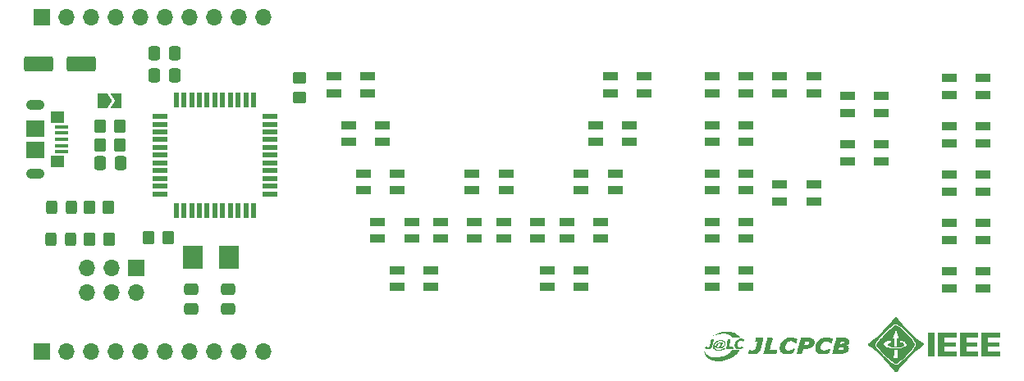
<source format=gts>
G04 #@! TF.GenerationSoftware,KiCad,Pcbnew,8.0.1*
G04 #@! TF.CreationDate,2024-04-10T03:36:55-04:00*
G04 #@! TF.ProjectId,ieee_pcb_workshop,69656565-5f70-4636-925f-776f726b7368,rev?*
G04 #@! TF.SameCoordinates,Original*
G04 #@! TF.FileFunction,Soldermask,Top*
G04 #@! TF.FilePolarity,Negative*
%FSLAX46Y46*%
G04 Gerber Fmt 4.6, Leading zero omitted, Abs format (unit mm)*
G04 Created by KiCad (PCBNEW 8.0.1) date 2024-04-10 03:36:55*
%MOMM*%
%LPD*%
G01*
G04 APERTURE LIST*
G04 Aperture macros list*
%AMRoundRect*
0 Rectangle with rounded corners*
0 $1 Rounding radius*
0 $2 $3 $4 $5 $6 $7 $8 $9 X,Y pos of 4 corners*
0 Add a 4 corners polygon primitive as box body*
4,1,4,$2,$3,$4,$5,$6,$7,$8,$9,$2,$3,0*
0 Add four circle primitives for the rounded corners*
1,1,$1+$1,$2,$3*
1,1,$1+$1,$4,$5*
1,1,$1+$1,$6,$7*
1,1,$1+$1,$8,$9*
0 Add four rect primitives between the rounded corners*
20,1,$1+$1,$2,$3,$4,$5,0*
20,1,$1+$1,$4,$5,$6,$7,0*
20,1,$1+$1,$6,$7,$8,$9,0*
20,1,$1+$1,$8,$9,$2,$3,0*%
%AMFreePoly0*
4,1,6,1.000000,0.000000,0.500000,-0.750000,-0.500000,-0.750000,-0.500000,0.750000,0.500000,0.750000,1.000000,0.000000,1.000000,0.000000,$1*%
%AMFreePoly1*
4,1,6,0.500000,-0.750000,-0.650000,-0.750000,-0.150000,0.000000,-0.650000,0.750000,0.500000,0.750000,0.500000,-0.750000,0.500000,-0.750000,$1*%
G04 Aperture macros list end*
%ADD10C,0.000000*%
%ADD11R,1.600000X0.850000*%
%ADD12RoundRect,0.250000X-0.325000X-0.450000X0.325000X-0.450000X0.325000X0.450000X-0.325000X0.450000X0*%
%ADD13RoundRect,0.250000X-0.475000X0.337500X-0.475000X-0.337500X0.475000X-0.337500X0.475000X0.337500X0*%
%ADD14R,1.700000X1.700000*%
%ADD15O,1.700000X1.700000*%
%ADD16FreePoly0,0.000000*%
%ADD17FreePoly1,0.000000*%
%ADD18R,2.000000X2.400000*%
%ADD19RoundRect,0.250000X0.337500X0.475000X-0.337500X0.475000X-0.337500X-0.475000X0.337500X-0.475000X0*%
%ADD20RoundRect,0.250000X-0.350000X-0.450000X0.350000X-0.450000X0.350000X0.450000X-0.350000X0.450000X0*%
%ADD21R,1.400000X0.400000*%
%ADD22O,1.900000X1.050000*%
%ADD23R,1.450000X1.150000*%
%ADD24R,1.900000X1.750000*%
%ADD25RoundRect,0.250000X1.250000X0.550000X-1.250000X0.550000X-1.250000X-0.550000X1.250000X-0.550000X0*%
%ADD26RoundRect,0.250000X0.450000X-0.350000X0.450000X0.350000X-0.450000X0.350000X-0.450000X-0.350000X0*%
%ADD27RoundRect,0.250000X0.350000X0.450000X-0.350000X0.450000X-0.350000X-0.450000X0.350000X-0.450000X0*%
%ADD28R,1.500000X0.550000*%
%ADD29R,0.550000X1.500000*%
G04 APERTURE END LIST*
D10*
G36*
X121136075Y-161228687D02*
G01*
X121159042Y-161233513D01*
X121166748Y-161240185D01*
X121165902Y-161256049D01*
X121160558Y-161293263D01*
X121151269Y-161348690D01*
X121138589Y-161419194D01*
X121123073Y-161501641D01*
X121105274Y-161592894D01*
X121097740Y-161630659D01*
X121078926Y-161725294D01*
X121061834Y-161813026D01*
X121047076Y-161890579D01*
X121035262Y-161954676D01*
X121027003Y-162002040D01*
X121022911Y-162029396D01*
X121022575Y-162033784D01*
X121022575Y-162062500D01*
X121226537Y-162062500D01*
X121312119Y-162062707D01*
X121375586Y-162064318D01*
X121419837Y-162068819D01*
X121447767Y-162077695D01*
X121462276Y-162092431D01*
X121466260Y-162114511D01*
X121462617Y-162145422D01*
X121455649Y-162179931D01*
X121442361Y-162233150D01*
X121427553Y-162265603D01*
X121407915Y-162281461D01*
X121380137Y-162284893D01*
X121372748Y-162284408D01*
X121351939Y-162283525D01*
X121309904Y-162282471D01*
X121250431Y-162281314D01*
X121177304Y-162280122D01*
X121094310Y-162278964D01*
X121025702Y-162278134D01*
X120709921Y-162274570D01*
X120710644Y-162234160D01*
X120713209Y-162213154D01*
X120720215Y-162170567D01*
X120731119Y-162109316D01*
X120745379Y-162032318D01*
X120762453Y-161942491D01*
X120781798Y-161842751D01*
X120802874Y-161736018D01*
X120807566Y-161712500D01*
X120903767Y-161231250D01*
X121032179Y-161227685D01*
X121094903Y-161226848D01*
X121136075Y-161228687D01*
G37*
G36*
X121010470Y-160470321D02*
G01*
X121109728Y-160476194D01*
X121192953Y-160485960D01*
X121222674Y-160491447D01*
X121416843Y-160543749D01*
X121597619Y-160614493D01*
X121763500Y-160702777D01*
X121912982Y-160807703D01*
X122044565Y-160928369D01*
X122140424Y-161041582D01*
X122164513Y-161075505D01*
X122180918Y-161102023D01*
X122185648Y-161113457D01*
X122173509Y-161116528D01*
X122138562Y-161119221D01*
X122083005Y-161121473D01*
X122009041Y-161123223D01*
X121918869Y-161124408D01*
X121814691Y-161124964D01*
X121779115Y-161125000D01*
X121667670Y-161124970D01*
X121578556Y-161124763D01*
X121509090Y-161124204D01*
X121456591Y-161123118D01*
X121418377Y-161121330D01*
X121391767Y-161118664D01*
X121374078Y-161114944D01*
X121362629Y-161109997D01*
X121354737Y-161103646D01*
X121348706Y-161096875D01*
X121327207Y-161071220D01*
X121297879Y-161035827D01*
X121278682Y-161012500D01*
X121182560Y-160914854D01*
X121069086Y-160834543D01*
X120938996Y-160771636D01*
X120793027Y-160726201D01*
X120631916Y-160698309D01*
X120456401Y-160688027D01*
X120267217Y-160695425D01*
X120065102Y-160720572D01*
X119850792Y-160763537D01*
X119625026Y-160824389D01*
X119543723Y-160849833D01*
X119480573Y-160869944D01*
X119426733Y-160886441D01*
X119386236Y-160898140D01*
X119363116Y-160903858D01*
X119359257Y-160903969D01*
X119370162Y-160895867D01*
X119400427Y-160879704D01*
X119446377Y-160857158D01*
X119504333Y-160829907D01*
X119570622Y-160799630D01*
X119641566Y-160768004D01*
X119713489Y-160736707D01*
X119782715Y-160707418D01*
X119845569Y-160681816D01*
X119847906Y-160680890D01*
X120064097Y-160603946D01*
X120288381Y-160540260D01*
X120484811Y-160497598D01*
X120573750Y-160484759D01*
X120676818Y-160475561D01*
X120787982Y-160470055D01*
X120901211Y-160468292D01*
X121010470Y-160470321D01*
G37*
G36*
X121797011Y-162375193D02*
G01*
X121887245Y-162375744D01*
X121966090Y-162376604D01*
X122030627Y-162377726D01*
X122077943Y-162379064D01*
X122105120Y-162380571D01*
X122110611Y-162381653D01*
X122103287Y-162398542D01*
X122083253Y-162430899D01*
X122053417Y-162474664D01*
X122016685Y-162525776D01*
X121975964Y-162580177D01*
X121934162Y-162633804D01*
X121900577Y-162675000D01*
X121753258Y-162832292D01*
X121585734Y-162976801D01*
X121399883Y-163107482D01*
X121197585Y-163223292D01*
X120980716Y-163323188D01*
X120751155Y-163406125D01*
X120510781Y-163471061D01*
X120441039Y-163486028D01*
X120275792Y-163516519D01*
X120127954Y-163537000D01*
X119992149Y-163547774D01*
X119863003Y-163549146D01*
X119735138Y-163541419D01*
X119645157Y-163530983D01*
X119459847Y-163497030D01*
X119284297Y-163447602D01*
X119121407Y-163383932D01*
X118974078Y-163307250D01*
X118845211Y-163218789D01*
X118782194Y-163164569D01*
X118674345Y-163048883D01*
X118588145Y-162923642D01*
X118522466Y-162786609D01*
X118476182Y-162635547D01*
X118453629Y-162512500D01*
X118445873Y-162456250D01*
X118491255Y-162537500D01*
X118577931Y-162674465D01*
X118673886Y-162790064D01*
X118781984Y-162887095D01*
X118905091Y-162968355D01*
X118964745Y-162999831D01*
X119081182Y-163051457D01*
X119195245Y-163089120D01*
X119314253Y-163114560D01*
X119445530Y-163129519D01*
X119529091Y-163134039D01*
X119758865Y-163132278D01*
X119984838Y-163110577D01*
X120204195Y-163069660D01*
X120414120Y-163010254D01*
X120611800Y-162933081D01*
X120794417Y-162838868D01*
X120877216Y-162786925D01*
X120949918Y-162732961D01*
X121028711Y-162665512D01*
X121106727Y-162591129D01*
X121177099Y-162516365D01*
X121232961Y-162447772D01*
X121233616Y-162446875D01*
X121285994Y-162375000D01*
X121698302Y-162375000D01*
X121797011Y-162375193D01*
G37*
G36*
X119357520Y-161226083D02*
G01*
X119397487Y-161228742D01*
X119422412Y-161233171D01*
X119427099Y-161235977D01*
X119427246Y-161252205D01*
X119422436Y-161289221D01*
X119413417Y-161343473D01*
X119400935Y-161411407D01*
X119385739Y-161489471D01*
X119368577Y-161574111D01*
X119350197Y-161661776D01*
X119331345Y-161748912D01*
X119312770Y-161831966D01*
X119295220Y-161907386D01*
X119279442Y-161971618D01*
X119266184Y-162021110D01*
X119256194Y-162052310D01*
X119254379Y-162056652D01*
X119206410Y-162133530D01*
X119139118Y-162201179D01*
X119057887Y-162254271D01*
X119051489Y-162257465D01*
X118989192Y-162279240D01*
X118913337Y-162292920D01*
X118833539Y-162297785D01*
X118759413Y-162293115D01*
X118712991Y-162282813D01*
X118667830Y-162264893D01*
X118624122Y-162242908D01*
X118617807Y-162239147D01*
X118585257Y-162213444D01*
X118553923Y-162179624D01*
X118528485Y-162144061D01*
X118513624Y-162113130D01*
X118512568Y-162095813D01*
X118526055Y-162082270D01*
X118555304Y-162061737D01*
X118593573Y-162038130D01*
X118634117Y-162015365D01*
X118670192Y-161997358D01*
X118695056Y-161988025D01*
X118699100Y-161987500D01*
X118715423Y-161996059D01*
X118740435Y-162017751D01*
X118753507Y-162031250D01*
X118780861Y-162057851D01*
X118806319Y-162070783D01*
X118841262Y-162074811D01*
X118858011Y-162075000D01*
X118918149Y-162068489D01*
X118961245Y-162046895D01*
X118992205Y-162007129D01*
X119003025Y-161983631D01*
X119010984Y-161957601D01*
X119022724Y-161910800D01*
X119037398Y-161847029D01*
X119054156Y-161770084D01*
X119072152Y-161683765D01*
X119090537Y-161591869D01*
X119090729Y-161590885D01*
X119108407Y-161501541D01*
X119124890Y-161420049D01*
X119139486Y-161349688D01*
X119151503Y-161293738D01*
X119160249Y-161255477D01*
X119165032Y-161238185D01*
X119165250Y-161237760D01*
X119180485Y-161232246D01*
X119213992Y-161228277D01*
X119259109Y-161225896D01*
X119309173Y-161225150D01*
X119357520Y-161226083D01*
G37*
G36*
X122295364Y-161204813D02*
G01*
X122379686Y-161215946D01*
X122437439Y-161231152D01*
X122476529Y-161248981D01*
X122517443Y-161274224D01*
X122554641Y-161302516D01*
X122582582Y-161329494D01*
X122595726Y-161350793D01*
X122595850Y-161355919D01*
X122585001Y-161371214D01*
X122560441Y-161396529D01*
X122527856Y-161426850D01*
X122492931Y-161457162D01*
X122461350Y-161482451D01*
X122438798Y-161497701D01*
X122432504Y-161500000D01*
X122415982Y-161492580D01*
X122390144Y-161474227D01*
X122383856Y-161469078D01*
X122324396Y-161434706D01*
X122254026Y-161419629D01*
X122178035Y-161424094D01*
X122101712Y-161448345D01*
X122087451Y-161455292D01*
X122045919Y-161485090D01*
X122000527Y-161530942D01*
X121957189Y-161585891D01*
X121921817Y-161642977D01*
X121913260Y-161660310D01*
X121893368Y-161719763D01*
X121881794Y-161788353D01*
X121878871Y-161858042D01*
X121884935Y-161920789D01*
X121900320Y-161968556D01*
X121900424Y-161968750D01*
X121944121Y-162026489D01*
X122000692Y-162063917D01*
X122068013Y-162080728D01*
X122143957Y-162076616D01*
X122226397Y-162051275D01*
X122281778Y-162023665D01*
X122318756Y-162004165D01*
X122347581Y-161991960D01*
X122360311Y-161989629D01*
X122373289Y-162001119D01*
X122395904Y-162027252D01*
X122422927Y-162061930D01*
X122447581Y-162096290D01*
X122460083Y-162121566D01*
X122458526Y-162142210D01*
X122441005Y-162162676D01*
X122405613Y-162187415D01*
X122356440Y-162217295D01*
X122280014Y-162253402D01*
X122190979Y-162280151D01*
X122097747Y-162296037D01*
X122008729Y-162299554D01*
X121941778Y-162291498D01*
X121835051Y-162257346D01*
X121747054Y-162206961D01*
X121678040Y-162140518D01*
X121642236Y-162086530D01*
X121612497Y-162008378D01*
X121598854Y-161916516D01*
X121600993Y-161816102D01*
X121618599Y-161712293D01*
X121651358Y-161610245D01*
X121674384Y-161559374D01*
X121730964Y-161471583D01*
X121807018Y-161389645D01*
X121897069Y-161317719D01*
X121995638Y-161259962D01*
X122097244Y-161220532D01*
X122132339Y-161211867D01*
X122208924Y-161203201D01*
X122295364Y-161204813D01*
G37*
G36*
X125300447Y-161100214D02*
G01*
X125361176Y-161101094D01*
X125404554Y-161102999D01*
X125434409Y-161106286D01*
X125454572Y-161111312D01*
X125468871Y-161118436D01*
X125476507Y-161124092D01*
X125506032Y-161148184D01*
X125352311Y-161758467D01*
X125322284Y-161877898D01*
X125294216Y-161989965D01*
X125268683Y-162092335D01*
X125246264Y-162182673D01*
X125227533Y-162258647D01*
X125213070Y-162317923D01*
X125203450Y-162358167D01*
X125199250Y-162377047D01*
X125199111Y-162378125D01*
X125211240Y-162380479D01*
X125245311Y-162382617D01*
X125298253Y-162384462D01*
X125366996Y-162385935D01*
X125448468Y-162386961D01*
X125539600Y-162387462D01*
X125572877Y-162387500D01*
X125690016Y-162387292D01*
X125784254Y-162387553D01*
X125857687Y-162389605D01*
X125912412Y-162394772D01*
X125950525Y-162404377D01*
X125974124Y-162419743D01*
X125985304Y-162442195D01*
X125986162Y-162473055D01*
X125978795Y-162513647D01*
X125965299Y-162565294D01*
X125948955Y-162624896D01*
X125932721Y-162681808D01*
X125917235Y-162729709D01*
X125904280Y-162763462D01*
X125895823Y-162777829D01*
X125880796Y-162779646D01*
X125843185Y-162781353D01*
X125785420Y-162782915D01*
X125709928Y-162784294D01*
X125619138Y-162785457D01*
X125515479Y-162786368D01*
X125401379Y-162786990D01*
X125279268Y-162787289D01*
X125249312Y-162787308D01*
X125105273Y-162787276D01*
X124984185Y-162787044D01*
X124883987Y-162786553D01*
X124802618Y-162785741D01*
X124738016Y-162784550D01*
X124688120Y-162782919D01*
X124650869Y-162780787D01*
X124624202Y-162778095D01*
X124606057Y-162774782D01*
X124594375Y-162770787D01*
X124589612Y-162768041D01*
X124568687Y-162745414D01*
X124561817Y-162725365D01*
X124564872Y-162707904D01*
X124573612Y-162669000D01*
X124587401Y-162611123D01*
X124605601Y-162536744D01*
X124627576Y-162448331D01*
X124652689Y-162348356D01*
X124680303Y-162239288D01*
X124709781Y-162123598D01*
X124740486Y-162003755D01*
X124771782Y-161882229D01*
X124803031Y-161761490D01*
X124833596Y-161644008D01*
X124862842Y-161532254D01*
X124890130Y-161428697D01*
X124914825Y-161335807D01*
X124936288Y-161256054D01*
X124953884Y-161191909D01*
X124966975Y-161145841D01*
X124974925Y-161120320D01*
X124976767Y-161116043D01*
X124988862Y-161109907D01*
X125015230Y-161105407D01*
X125058471Y-161102372D01*
X125121180Y-161100630D01*
X125205954Y-161100007D01*
X125218536Y-161100000D01*
X125300447Y-161100214D01*
G37*
G36*
X124251928Y-161100215D02*
G01*
X124341541Y-161101142D01*
X124411156Y-161103204D01*
X124463279Y-161106821D01*
X124500416Y-161112415D01*
X124525073Y-161120409D01*
X124539757Y-161131224D01*
X124546973Y-161145282D01*
X124549227Y-161163005D01*
X124549311Y-161168921D01*
X124546232Y-161187968D01*
X124537518Y-161228109D01*
X124523950Y-161286272D01*
X124506310Y-161359388D01*
X124485380Y-161444387D01*
X124461942Y-161538199D01*
X124436777Y-161637754D01*
X124410668Y-161739981D01*
X124384395Y-161841811D01*
X124358742Y-161940174D01*
X124334490Y-162031999D01*
X124312420Y-162114217D01*
X124293315Y-162183757D01*
X124277956Y-162237550D01*
X124272728Y-162254980D01*
X124252068Y-162316457D01*
X124228536Y-162377429D01*
X124205916Y-162428392D01*
X124196381Y-162446708D01*
X124127129Y-162546869D01*
X124041518Y-162630551D01*
X123939044Y-162697931D01*
X123819201Y-162749186D01*
X123681486Y-162784494D01*
X123525393Y-162804031D01*
X123350418Y-162807975D01*
X123190873Y-162799564D01*
X123109328Y-162792429D01*
X123050143Y-162784110D01*
X123010769Y-162771170D01*
X122988653Y-162750171D01*
X122981247Y-162717676D01*
X122986000Y-162670248D01*
X123000361Y-162604449D01*
X123011702Y-162558082D01*
X123027498Y-162496308D01*
X123042321Y-162442710D01*
X123054703Y-162402301D01*
X123063176Y-162380095D01*
X123064390Y-162378125D01*
X123084906Y-162365796D01*
X123120635Y-162364039D01*
X123174190Y-162373002D01*
X123229912Y-162387500D01*
X123349988Y-162409604D01*
X123469586Y-162407826D01*
X123522734Y-162399062D01*
X123567477Y-162387243D01*
X123606023Y-162370957D01*
X123639649Y-162347920D01*
X123669632Y-162315848D01*
X123697251Y-162272457D01*
X123723782Y-162215464D01*
X123750504Y-162142585D01*
X123778694Y-162051536D01*
X123809630Y-161940033D01*
X123836095Y-161838919D01*
X123858809Y-161750513D01*
X123879344Y-161670260D01*
X123896912Y-161601272D01*
X123910724Y-161546657D01*
X123919990Y-161509525D01*
X123923922Y-161492987D01*
X123924003Y-161492458D01*
X123912428Y-161490274D01*
X123881422Y-161488581D01*
X123836566Y-161487625D01*
X123811448Y-161487500D01*
X123755903Y-161486680D01*
X123721309Y-161483797D01*
X123703648Y-161478219D01*
X123698892Y-161469750D01*
X123701638Y-161447510D01*
X123708980Y-161407120D01*
X123719573Y-161354712D01*
X123732072Y-161296422D01*
X123745132Y-161238384D01*
X123757411Y-161186730D01*
X123767561Y-161147596D01*
X123773777Y-161128125D01*
X123785899Y-161100000D01*
X124139810Y-161100000D01*
X124251928Y-161100215D01*
G37*
G36*
X127512130Y-161079165D02*
G01*
X127685019Y-161100158D01*
X127851104Y-161140420D01*
X127936644Y-161170330D01*
X127981531Y-161187926D01*
X128014149Y-161203027D01*
X128035392Y-161219466D01*
X128046153Y-161241075D01*
X128047323Y-161271689D01*
X128039797Y-161315140D01*
X128024466Y-161375263D01*
X128002728Y-161454060D01*
X127978170Y-161539449D01*
X127956988Y-161605563D01*
X127939743Y-161650808D01*
X127926999Y-161673587D01*
X127924612Y-161675569D01*
X127890310Y-161680631D01*
X127843370Y-161665566D01*
X127785200Y-161630931D01*
X127754100Y-161607831D01*
X127648054Y-161538182D01*
X127538534Y-161492450D01*
X127426734Y-161470986D01*
X127313845Y-161474139D01*
X127303491Y-161475671D01*
X127185621Y-161504252D01*
X127083049Y-161549818D01*
X126997716Y-161611327D01*
X126946058Y-161667478D01*
X126901731Y-161737988D01*
X126863325Y-161822645D01*
X126832960Y-161914258D01*
X126812759Y-162005635D01*
X126804844Y-162089585D01*
X126807389Y-162137500D01*
X126825669Y-162229143D01*
X126854557Y-162300150D01*
X126896356Y-162352422D01*
X126953365Y-162387861D01*
X127027885Y-162408367D01*
X127122218Y-162415843D01*
X127144338Y-162415938D01*
X127255262Y-162408539D01*
X127360345Y-162386523D01*
X127465113Y-162348074D01*
X127575090Y-162291376D01*
X127635447Y-162254540D01*
X127690261Y-162224591D01*
X127732045Y-162213958D01*
X127763390Y-162222429D01*
X127782582Y-162242651D01*
X127789538Y-162255281D01*
X127793002Y-162269887D01*
X127792376Y-162290448D01*
X127787059Y-162320944D01*
X127776451Y-162365355D01*
X127759955Y-162427661D01*
X127748215Y-162470776D01*
X127694081Y-162668750D01*
X127587463Y-162708536D01*
X127491514Y-162742955D01*
X127410312Y-162768155D01*
X127336014Y-162785641D01*
X127260774Y-162796922D01*
X127176748Y-162803505D01*
X127076090Y-162806898D01*
X127075554Y-162806909D01*
X127004535Y-162808001D01*
X126940923Y-162808298D01*
X126889531Y-162807828D01*
X126855170Y-162806624D01*
X126844190Y-162805448D01*
X126818047Y-162799885D01*
X126778093Y-162791784D01*
X126750394Y-162786311D01*
X126653135Y-162757914D01*
X126557677Y-162712854D01*
X126469280Y-162654804D01*
X126393200Y-162587438D01*
X126334698Y-162514429D01*
X126316895Y-162483482D01*
X126287228Y-162419675D01*
X126266867Y-162360691D01*
X126254314Y-162299155D01*
X126248071Y-162227693D01*
X126246641Y-162138929D01*
X126246648Y-162137500D01*
X126251778Y-162016972D01*
X126267191Y-161911058D01*
X126294983Y-161810748D01*
X126337247Y-161707032D01*
X126355603Y-161668750D01*
X126436009Y-161533914D01*
X126535768Y-161414425D01*
X126653869Y-161311113D01*
X126789300Y-161224809D01*
X126941050Y-161156342D01*
X127006770Y-161133925D01*
X127167592Y-161095837D01*
X127337850Y-161077654D01*
X127512130Y-161079165D01*
G37*
G36*
X131153598Y-161078084D02*
G01*
X131271369Y-161088856D01*
X131347481Y-161100752D01*
X131426003Y-161117511D01*
X131502708Y-161137747D01*
X131573367Y-161160074D01*
X131633755Y-161183107D01*
X131679642Y-161205460D01*
X131706802Y-161225747D01*
X131711541Y-161233141D01*
X131711678Y-161253984D01*
X131705282Y-161293124D01*
X131693733Y-161345661D01*
X131678411Y-161406699D01*
X131660696Y-161471337D01*
X131641967Y-161534679D01*
X131623604Y-161591825D01*
X131606988Y-161637878D01*
X131593497Y-161667939D01*
X131586537Y-161676908D01*
X131551290Y-161682059D01*
X131504689Y-161666916D01*
X131448776Y-161632296D01*
X131421186Y-161610635D01*
X131375211Y-161576881D01*
X131319745Y-161542396D01*
X131277622Y-161520033D01*
X131242189Y-161503777D01*
X131212352Y-161492836D01*
X131181682Y-161486162D01*
X131143749Y-161482706D01*
X131092125Y-161481420D01*
X131039742Y-161481250D01*
X130973897Y-161481532D01*
X130926622Y-161483125D01*
X130891474Y-161487145D01*
X130862014Y-161494708D01*
X130831797Y-161506931D01*
X130797991Y-161523154D01*
X130697941Y-161585662D01*
X130615220Y-161665527D01*
X130550612Y-161761358D01*
X130504904Y-161871759D01*
X130478882Y-161995338D01*
X130472755Y-162100000D01*
X130478208Y-162187725D01*
X130495066Y-162257102D01*
X130524696Y-162312679D01*
X130543482Y-162335392D01*
X130599541Y-162377816D01*
X130672068Y-162405292D01*
X130757718Y-162418127D01*
X130853141Y-162416627D01*
X130954991Y-162401097D01*
X131059920Y-162371844D01*
X131164579Y-162329173D01*
X131265622Y-162273390D01*
X131272912Y-162268719D01*
X131316695Y-162242494D01*
X131355753Y-162222837D01*
X131383038Y-162213204D01*
X131387051Y-162212767D01*
X131417248Y-162221255D01*
X131443961Y-162242268D01*
X131459597Y-162268293D01*
X131460032Y-162285014D01*
X131454538Y-162304423D01*
X131443959Y-162342902D01*
X131429682Y-162395370D01*
X131413092Y-162456747D01*
X131408178Y-162475000D01*
X131390175Y-162537968D01*
X131372381Y-162593270D01*
X131356571Y-162635838D01*
X131344518Y-162660608D01*
X131342089Y-162663635D01*
X131313401Y-162682140D01*
X131262895Y-162704537D01*
X131193276Y-162729804D01*
X131107251Y-162756915D01*
X131058764Y-162770889D01*
X130972657Y-162789239D01*
X130869864Y-162802019D01*
X130758132Y-162809007D01*
X130645209Y-162809980D01*
X130538841Y-162804716D01*
X130446775Y-162792993D01*
X130426874Y-162789021D01*
X130297510Y-162750337D01*
X130184631Y-162694798D01*
X130089373Y-162623346D01*
X130012873Y-162536925D01*
X129956266Y-162436475D01*
X129935912Y-162381713D01*
X129919218Y-162306062D01*
X129910004Y-162214199D01*
X129908241Y-162113761D01*
X129913899Y-162012384D01*
X129926947Y-161917701D01*
X129937920Y-161868750D01*
X129989732Y-161721187D01*
X130063159Y-161584441D01*
X130156512Y-161460253D01*
X130268101Y-161350364D01*
X130396236Y-161256517D01*
X130539226Y-161180452D01*
X130646061Y-161139115D01*
X130805869Y-161097814D01*
X130974341Y-161077528D01*
X131153598Y-161078084D01*
G37*
G36*
X128654905Y-161100797D02*
G01*
X128748788Y-161101775D01*
X128864908Y-161103359D01*
X128882355Y-161103615D01*
X129016146Y-161105841D01*
X129127835Y-161108436D01*
X129220333Y-161111727D01*
X129296551Y-161116041D01*
X129359399Y-161121703D01*
X129411788Y-161129040D01*
X129456628Y-161138380D01*
X129496831Y-161150047D01*
X129535306Y-161164368D01*
X129573845Y-161181158D01*
X129667022Y-161235926D01*
X129740962Y-161305516D01*
X129794565Y-161388473D01*
X129826729Y-161483338D01*
X129833427Y-161525000D01*
X129834690Y-161609099D01*
X129822563Y-161701299D01*
X129799023Y-161789978D01*
X129780411Y-161836309D01*
X129725728Y-161924535D01*
X129649238Y-162005694D01*
X129553515Y-162078304D01*
X129441133Y-162140883D01*
X129314665Y-162191947D01*
X129176686Y-162230013D01*
X129062829Y-162249715D01*
X129011401Y-162254674D01*
X128944558Y-162258714D01*
X128871894Y-162261349D01*
X128818006Y-162262114D01*
X128665776Y-162262500D01*
X128653025Y-162303125D01*
X128645707Y-162328710D01*
X128633617Y-162373504D01*
X128618087Y-162432470D01*
X128600448Y-162500570D01*
X128587806Y-162550000D01*
X128569747Y-162619133D01*
X128552879Y-162680297D01*
X128538474Y-162729141D01*
X128527802Y-162761313D01*
X128523019Y-162771875D01*
X128505395Y-162778584D01*
X128467698Y-162783620D01*
X128414807Y-162787021D01*
X128351602Y-162788824D01*
X128282963Y-162789066D01*
X128213770Y-162787787D01*
X128148901Y-162785024D01*
X128093239Y-162780814D01*
X128051661Y-162775196D01*
X128029049Y-162768207D01*
X128028805Y-162768041D01*
X128007835Y-162743796D01*
X128001157Y-162721166D01*
X128004261Y-162702377D01*
X128013068Y-162662239D01*
X128026937Y-162603234D01*
X128045226Y-162527846D01*
X128067294Y-162438558D01*
X128092501Y-162337852D01*
X128120205Y-162228212D01*
X128149765Y-162112121D01*
X128180540Y-161992061D01*
X128211888Y-161870515D01*
X128214158Y-161861768D01*
X128763885Y-161861768D01*
X128775355Y-161869104D01*
X128806011Y-161873451D01*
X128850221Y-161874928D01*
X128902352Y-161873659D01*
X128956772Y-161869763D01*
X129007849Y-161863363D01*
X129045773Y-161855700D01*
X129126439Y-161827441D01*
X129186464Y-161788888D01*
X129228838Y-161737932D01*
X129238707Y-161719599D01*
X129258447Y-161656459D01*
X129255629Y-161599080D01*
X129231553Y-161550709D01*
X129187520Y-161514588D01*
X129150534Y-161499701D01*
X129119270Y-161494335D01*
X129071140Y-161490172D01*
X129014282Y-161487813D01*
X128985642Y-161487500D01*
X128929473Y-161487769D01*
X128893222Y-161489391D01*
X128871800Y-161493584D01*
X128860112Y-161501568D01*
X128853067Y-161514562D01*
X128851057Y-161519726D01*
X128843273Y-161544138D01*
X128831689Y-161585181D01*
X128817761Y-161637140D01*
X128802945Y-161694301D01*
X128788699Y-161750948D01*
X128776478Y-161801366D01*
X128767740Y-161839841D01*
X128763940Y-161860656D01*
X128763885Y-161861768D01*
X128214158Y-161861768D01*
X128243170Y-161749967D01*
X128273743Y-161632899D01*
X128302966Y-161521794D01*
X128330199Y-161419136D01*
X128354801Y-161327407D01*
X128376129Y-161249090D01*
X128393543Y-161186669D01*
X128406403Y-161142625D01*
X128414066Y-161119443D01*
X128415445Y-161116663D01*
X128421979Y-161111486D01*
X128433671Y-161107392D01*
X128452961Y-161104314D01*
X128482290Y-161102184D01*
X128524096Y-161100933D01*
X128580822Y-161100493D01*
X128654905Y-161100797D01*
G37*
G36*
X132437879Y-161100715D02*
G01*
X132533750Y-161101840D01*
X132631130Y-161103789D01*
X132726667Y-161106511D01*
X132817006Y-161109951D01*
X132898794Y-161114057D01*
X132968678Y-161118775D01*
X133023305Y-161124053D01*
X133058654Y-161129684D01*
X133168583Y-161162792D01*
X133264243Y-161207557D01*
X133342688Y-161262139D01*
X133400970Y-161324699D01*
X133419888Y-161355066D01*
X133438619Y-161409217D01*
X133447892Y-161477667D01*
X133447693Y-161551564D01*
X133438005Y-161622058D01*
X133420440Y-161676864D01*
X133379934Y-161742123D01*
X133323186Y-161803563D01*
X133258511Y-161852633D01*
X133238692Y-161863721D01*
X133185233Y-161890981D01*
X133215992Y-161911115D01*
X133288620Y-161967093D01*
X133338764Y-162027170D01*
X133368948Y-162095913D01*
X133381696Y-162177891D01*
X133382499Y-162212500D01*
X133370361Y-162322105D01*
X133335502Y-162421969D01*
X133278576Y-162511249D01*
X133200237Y-162589101D01*
X133101139Y-162654678D01*
X133006302Y-162698142D01*
X132956570Y-162716554D01*
X132909432Y-162731925D01*
X132861968Y-162744569D01*
X132811258Y-162754801D01*
X132754383Y-162762935D01*
X132688422Y-162769286D01*
X132610456Y-162774169D01*
X132517563Y-162777897D01*
X132406825Y-162780786D01*
X132275322Y-162783149D01*
X132207926Y-162784134D01*
X132084549Y-162785828D01*
X131983745Y-162787074D01*
X131903080Y-162787779D01*
X131840118Y-162787849D01*
X131792424Y-162787190D01*
X131757561Y-162785708D01*
X131733095Y-162783308D01*
X131716590Y-162779898D01*
X131705610Y-162775382D01*
X131697719Y-162769667D01*
X131692048Y-162764221D01*
X131672897Y-162740894D01*
X131665313Y-162723728D01*
X131668376Y-162707167D01*
X131677140Y-162669105D01*
X131690966Y-162612004D01*
X131709218Y-162538328D01*
X131731256Y-162450542D01*
X131743251Y-162403187D01*
X132289344Y-162403187D01*
X132468195Y-162397755D01*
X132541522Y-162395103D01*
X132595485Y-162391730D01*
X132635734Y-162386780D01*
X132667917Y-162379395D01*
X132697682Y-162368716D01*
X132717897Y-162359838D01*
X132774536Y-162328235D01*
X132809211Y-162293595D01*
X132824946Y-162251775D01*
X132826028Y-162211645D01*
X132817607Y-162168968D01*
X132797278Y-162140789D01*
X132790867Y-162135674D01*
X132757690Y-162120474D01*
X132705402Y-162107403D01*
X132639869Y-162097288D01*
X132566957Y-162090953D01*
X132492533Y-162089226D01*
X132465843Y-162089918D01*
X132372182Y-162093750D01*
X132339533Y-162212500D01*
X132324409Y-162267918D01*
X132310944Y-162317990D01*
X132301129Y-162355287D01*
X132298114Y-162367218D01*
X132289344Y-162403187D01*
X131743251Y-162403187D01*
X131756443Y-162351107D01*
X131784140Y-162242488D01*
X131813711Y-162127149D01*
X131844516Y-162007552D01*
X131875917Y-161886161D01*
X131907277Y-161765439D01*
X131923478Y-161703346D01*
X132470112Y-161703346D01*
X132473588Y-161717863D01*
X132484571Y-161724452D01*
X132503308Y-161727167D01*
X132511788Y-161727956D01*
X132566240Y-161730065D01*
X132630175Y-161727995D01*
X132693695Y-161722467D01*
X132746902Y-161714200D01*
X132765855Y-161709475D01*
X132826335Y-161682533D01*
X132867494Y-161645461D01*
X132887436Y-161600695D01*
X132885635Y-161555668D01*
X132870836Y-161527499D01*
X132841134Y-161507641D01*
X132794039Y-161495383D01*
X132727062Y-161490011D01*
X132656944Y-161490208D01*
X132524214Y-161493750D01*
X132502244Y-161571707D01*
X132484687Y-161634320D01*
X132473894Y-161676849D01*
X132470112Y-161703346D01*
X131923478Y-161703346D01*
X131937958Y-161647851D01*
X131967322Y-161535859D01*
X131994730Y-161431927D01*
X132019545Y-161338518D01*
X132041129Y-161258097D01*
X132058843Y-161193126D01*
X132072050Y-161146068D01*
X132080111Y-161119388D01*
X132082150Y-161114252D01*
X132098541Y-161109316D01*
X132136562Y-161105522D01*
X132192860Y-161102819D01*
X132264081Y-161101151D01*
X132346872Y-161100468D01*
X132437879Y-161100715D01*
G37*
G36*
X120239507Y-161345252D02*
G01*
X120290731Y-161354423D01*
X120388690Y-161378778D01*
X120466002Y-161410333D01*
X120526546Y-161451379D01*
X120574199Y-161504209D01*
X120592736Y-161532890D01*
X120627079Y-161609071D01*
X120639841Y-161687120D01*
X120633287Y-161768750D01*
X120603629Y-161869524D01*
X120552810Y-161961937D01*
X120484078Y-162043097D01*
X120400678Y-162110114D01*
X120305857Y-162160098D01*
X120202859Y-162190158D01*
X120152853Y-162196559D01*
X120104737Y-162199373D01*
X120074226Y-162197988D01*
X120054082Y-162191112D01*
X120037069Y-162177459D01*
X120035191Y-162175601D01*
X120007423Y-162147847D01*
X119946777Y-162173923D01*
X119869414Y-162196343D01*
X119794214Y-162197873D01*
X119725681Y-162179173D01*
X119668319Y-162140903D01*
X119659404Y-162131853D01*
X119642611Y-162110439D01*
X119633131Y-162086698D01*
X119628975Y-162052768D01*
X119628139Y-162008367D01*
X119630972Y-161981998D01*
X119792667Y-161981998D01*
X119793440Y-162031038D01*
X119812730Y-162066333D01*
X119847209Y-162086320D01*
X119893552Y-162089436D01*
X119948432Y-162074118D01*
X119968267Y-162064527D01*
X120000192Y-162040262D01*
X120037511Y-162001513D01*
X120073845Y-161955855D01*
X120102818Y-161910862D01*
X120110596Y-161895462D01*
X120127633Y-161842870D01*
X120133832Y-161789045D01*
X120129048Y-161741937D01*
X120113941Y-161710359D01*
X120080331Y-161690560D01*
X120034806Y-161687016D01*
X119983976Y-161699184D01*
X119936657Y-161724903D01*
X119875573Y-161781827D01*
X119830770Y-161853512D01*
X119800612Y-161942883D01*
X119792667Y-161981998D01*
X119630972Y-161981998D01*
X119637443Y-161921757D01*
X119666548Y-161842183D01*
X119717242Y-161765925D01*
X119773694Y-161705614D01*
X119848114Y-161645793D01*
X119925682Y-161603631D01*
X120002705Y-161580250D01*
X120075490Y-161576775D01*
X120140027Y-161594177D01*
X120170928Y-161611667D01*
X120190516Y-161628025D01*
X120192874Y-161631841D01*
X120204176Y-161636283D01*
X120226892Y-161619136D01*
X120228675Y-161617372D01*
X120250745Y-161599820D01*
X120277537Y-161590736D01*
X120317804Y-161587635D01*
X120333859Y-161587500D01*
X120375233Y-161588012D01*
X120396575Y-161591004D01*
X120402864Y-161598653D01*
X120399078Y-161613139D01*
X120398110Y-161615625D01*
X120389636Y-161635979D01*
X120373015Y-161674905D01*
X120350116Y-161728061D01*
X120322808Y-161791109D01*
X120298371Y-161847293D01*
X120269708Y-161913722D01*
X120244902Y-161972454D01*
X120225567Y-162019569D01*
X120213316Y-162051143D01*
X120209675Y-162062918D01*
X120219390Y-162074107D01*
X120244805Y-162073360D01*
X120280323Y-162061851D01*
X120320349Y-162040757D01*
X120322909Y-162039124D01*
X120405002Y-161973807D01*
X120464852Y-161898543D01*
X120501877Y-161814301D01*
X120515496Y-161722053D01*
X120515549Y-161717837D01*
X120505962Y-161641609D01*
X120475719Y-161578374D01*
X120424327Y-161527585D01*
X120351291Y-161488695D01*
X120290746Y-161469218D01*
X120177856Y-161452070D01*
X120055011Y-161456290D01*
X119978530Y-161468922D01*
X119858689Y-161505979D01*
X119753717Y-161563112D01*
X119664004Y-161640017D01*
X119589941Y-161736392D01*
X119557213Y-161795168D01*
X119531910Y-161848259D01*
X119516358Y-161888662D01*
X119508157Y-161925539D01*
X119504905Y-161968053D01*
X119504358Y-161996841D01*
X119505658Y-162055104D01*
X119511905Y-162097449D01*
X119524659Y-162132726D01*
X119530253Y-162143750D01*
X119578660Y-162212379D01*
X119642569Y-162265441D01*
X119723187Y-162303398D01*
X119821723Y-162326718D01*
X119939384Y-162335863D01*
X120025696Y-162334474D01*
X120140738Y-162323907D01*
X120238282Y-162302701D01*
X120324174Y-162269191D01*
X120391634Y-162230291D01*
X120435181Y-162204408D01*
X120472386Y-162191474D01*
X120515350Y-162187554D01*
X120523153Y-162187500D01*
X120590173Y-162187500D01*
X120529259Y-162249312D01*
X120438639Y-162324140D01*
X120331920Y-162380819D01*
X120208586Y-162419540D01*
X120068119Y-162440496D01*
X120003324Y-162444063D01*
X119937223Y-162445009D01*
X119873485Y-162444106D01*
X119820096Y-162441567D01*
X119789308Y-162438360D01*
X119671738Y-162410705D01*
X119573162Y-162368674D01*
X119494235Y-162312890D01*
X119435611Y-162243976D01*
X119397944Y-162162555D01*
X119381887Y-162069251D01*
X119381328Y-162049518D01*
X119392293Y-161922738D01*
X119425803Y-161804299D01*
X119480334Y-161695751D01*
X119554360Y-161598643D01*
X119646354Y-161514525D01*
X119754791Y-161444947D01*
X119878146Y-161391459D01*
X120014892Y-161355611D01*
X120073459Y-161346499D01*
X120135483Y-161340177D01*
X120186672Y-161339610D01*
X120239507Y-161345252D01*
G37*
G36*
X142237990Y-161800000D02*
G01*
X142237990Y-163031871D01*
X141900692Y-163031871D01*
X141563394Y-163031871D01*
X141563394Y-161800000D01*
X141563394Y-160568129D01*
X141900692Y-160568129D01*
X142237990Y-160568129D01*
X142237990Y-161800000D01*
G37*
G36*
X144467090Y-160817437D02*
G01*
X144467090Y-161066744D01*
X143865819Y-161066744D01*
X143264549Y-161066744D01*
X143264549Y-161316051D01*
X143264549Y-161565358D01*
X143821824Y-161565358D01*
X144379099Y-161565358D01*
X144379099Y-161814665D01*
X144379099Y-162063972D01*
X143821824Y-162063972D01*
X143264549Y-162063972D01*
X143264549Y-162298614D01*
X143264549Y-162533256D01*
X143865819Y-162533256D01*
X144467090Y-162533256D01*
X144467090Y-162782564D01*
X144467090Y-163031871D01*
X143528521Y-163031871D01*
X142589953Y-163031871D01*
X142589953Y-161800000D01*
X142589953Y-160568129D01*
X143528521Y-160568129D01*
X144467090Y-160568129D01*
X144467090Y-160817437D01*
G37*
G36*
X146696189Y-160817437D02*
G01*
X146696189Y-161066744D01*
X146109584Y-161066744D01*
X145522979Y-161066744D01*
X145522979Y-161316051D01*
X145522979Y-161565358D01*
X146065588Y-161565358D01*
X146608198Y-161565358D01*
X146608198Y-161814665D01*
X146608198Y-162063972D01*
X146065588Y-162063972D01*
X145522979Y-162063972D01*
X145522979Y-162298614D01*
X145522979Y-162533256D01*
X146109584Y-162533256D01*
X146696189Y-162533256D01*
X146696189Y-162782564D01*
X146696189Y-163031871D01*
X145772286Y-163031871D01*
X144848383Y-163031871D01*
X144848383Y-161800000D01*
X144848383Y-160568129D01*
X145772286Y-160568129D01*
X146696189Y-160568129D01*
X146696189Y-160817437D01*
G37*
G36*
X148954618Y-160817437D02*
G01*
X148954618Y-161066744D01*
X148353348Y-161066744D01*
X147752078Y-161066744D01*
X147752078Y-161316051D01*
X147752078Y-161565358D01*
X148309353Y-161565358D01*
X148866628Y-161565358D01*
X148866628Y-161814665D01*
X148866628Y-162063972D01*
X148309353Y-162063972D01*
X147752078Y-162063972D01*
X147752078Y-162298614D01*
X147752078Y-162533256D01*
X148353348Y-162533256D01*
X148954618Y-162533256D01*
X148954618Y-162782564D01*
X148954618Y-163031871D01*
X148016050Y-163031871D01*
X147077482Y-163031871D01*
X147077482Y-161800000D01*
X147077482Y-160568129D01*
X148016050Y-160568129D01*
X148954618Y-160568129D01*
X148954618Y-160817437D01*
G37*
G36*
X138309107Y-158987729D02*
G01*
X138400824Y-159066255D01*
X138508407Y-159198045D01*
X138517139Y-159209811D01*
X138716050Y-159466248D01*
X138951966Y-159748478D01*
X139215727Y-160046105D01*
X139498170Y-160348732D01*
X139729131Y-160585155D01*
X139998029Y-160848578D01*
X140238586Y-161070578D01*
X140457499Y-161256780D01*
X140661467Y-161412806D01*
X140857189Y-161544278D01*
X140910796Y-161577079D01*
X141006515Y-161636935D01*
X141061627Y-161681416D01*
X141087125Y-161723052D01*
X141094002Y-161774373D01*
X141094110Y-161786015D01*
X141090390Y-161831730D01*
X141073823Y-161872441D01*
X141036304Y-161917130D01*
X140969723Y-161974776D01*
X140865976Y-162054357D01*
X140822806Y-162086515D01*
X140326515Y-162477307D01*
X139846738Y-162898943D01*
X139393567Y-163341519D01*
X138977095Y-163795126D01*
X138607413Y-164249859D01*
X138574858Y-164293072D01*
X138461766Y-164440816D01*
X138374174Y-164544708D01*
X138305120Y-164609753D01*
X138247643Y-164640958D01*
X138194780Y-164643328D01*
X138139569Y-164621871D01*
X138127251Y-164614938D01*
X138091753Y-164581604D01*
X138029863Y-164511043D01*
X137949980Y-164413263D01*
X137860501Y-164298268D01*
X137851089Y-164285865D01*
X137418191Y-163742553D01*
X136984830Y-163256166D01*
X136549275Y-162824981D01*
X136109797Y-162447276D01*
X135702940Y-162147183D01*
X135551128Y-162038854D01*
X135445678Y-161950639D01*
X135380584Y-161876219D01*
X135372359Y-161858309D01*
X136113645Y-161858309D01*
X136147079Y-161964813D01*
X136166665Y-162005384D01*
X136243719Y-162130121D01*
X136359204Y-162282176D01*
X136506288Y-162455052D01*
X136678141Y-162642250D01*
X136867931Y-162837271D01*
X137068828Y-163033618D01*
X137273999Y-163224790D01*
X137476615Y-163404290D01*
X137669844Y-163565619D01*
X137846855Y-163702278D01*
X138000817Y-163807769D01*
X138124898Y-163875593D01*
X138138609Y-163881357D01*
X138220178Y-163906012D01*
X138290202Y-163900318D01*
X138375186Y-163863790D01*
X138480190Y-163799085D01*
X138617388Y-163697880D01*
X138779385Y-163566962D01*
X138958787Y-163413117D01*
X139148200Y-163243134D01*
X139340229Y-163063799D01*
X139527479Y-162881900D01*
X139702556Y-162704224D01*
X139858066Y-162537557D01*
X139986614Y-162388687D01*
X139999266Y-162373099D01*
X140133148Y-162199582D01*
X140226972Y-162057269D01*
X140283328Y-161937082D01*
X140304802Y-161829946D01*
X140293984Y-161726783D01*
X140253460Y-161618517D01*
X140228352Y-161569612D01*
X140129377Y-161412927D01*
X139991035Y-161229830D01*
X139821367Y-161028465D01*
X139628409Y-160816972D01*
X139420199Y-160603495D01*
X139204776Y-160396177D01*
X138990178Y-160203159D01*
X138784441Y-160032584D01*
X138595605Y-159892594D01*
X138529919Y-159849092D01*
X138383332Y-159766479D01*
X138261335Y-159726855D01*
X138149069Y-159729799D01*
X138031668Y-159774890D01*
X137936992Y-159832297D01*
X137781389Y-159945525D01*
X137604422Y-160089773D01*
X137412827Y-160258164D01*
X137213340Y-160443821D01*
X137012696Y-160639867D01*
X136817632Y-160839425D01*
X136634882Y-161035619D01*
X136471182Y-161221571D01*
X136333269Y-161390404D01*
X136227877Y-161535243D01*
X136165807Y-161640611D01*
X136119907Y-161758589D01*
X136113645Y-161858309D01*
X135372359Y-161858309D01*
X135349840Y-161809276D01*
X135345381Y-161771011D01*
X135368609Y-161718671D01*
X135430033Y-161648379D01*
X135517260Y-161571878D01*
X135617897Y-161500914D01*
X135651304Y-161481070D01*
X135802061Y-161383607D01*
X135981886Y-161244687D01*
X136192167Y-161063085D01*
X136434297Y-160837577D01*
X136709665Y-160566939D01*
X136842075Y-160432878D01*
X137091768Y-160175996D01*
X137304121Y-159952720D01*
X137484785Y-159756743D01*
X137639406Y-159581758D01*
X137773634Y-159421455D01*
X137893115Y-159269528D01*
X137941570Y-159204925D01*
X138049487Y-159071067D01*
X138141405Y-158990203D01*
X138225289Y-158962401D01*
X138309107Y-158987729D01*
G37*
G36*
X138248604Y-159820263D02*
G01*
X138309437Y-159842400D01*
X138411617Y-159898086D01*
X138545904Y-159990576D01*
X138704903Y-160113306D01*
X138881220Y-160259713D01*
X139067461Y-160423233D01*
X139256231Y-160597303D01*
X139440136Y-160775359D01*
X139611780Y-160950838D01*
X139763771Y-161117178D01*
X139821396Y-161184442D01*
X139937229Y-161330567D01*
X140040415Y-161475247D01*
X140124810Y-161608581D01*
X140184273Y-161720669D01*
X140212660Y-161801611D01*
X140214203Y-161817525D01*
X140192529Y-161894440D01*
X140131184Y-162003048D01*
X140035683Y-162137844D01*
X139911542Y-162293320D01*
X139764275Y-162463970D01*
X139599398Y-162644288D01*
X139422427Y-162828766D01*
X139238876Y-163011899D01*
X139054260Y-163188180D01*
X138874096Y-163352102D01*
X138703898Y-163498160D01*
X138549181Y-163620845D01*
X138415461Y-163714653D01*
X138308253Y-163774075D01*
X138234935Y-163793656D01*
X138182107Y-163777375D01*
X138099438Y-163735355D01*
X138004404Y-163676528D01*
X138000219Y-163673698D01*
X137826895Y-163547808D01*
X137637040Y-163395606D01*
X137437024Y-163223477D01*
X137419873Y-163207852D01*
X138007542Y-163207852D01*
X138206026Y-163207852D01*
X138404511Y-163207852D01*
X138385454Y-162939374D01*
X138376543Y-162793815D01*
X138369861Y-162646502D01*
X138366559Y-162524058D01*
X138366397Y-162499420D01*
X138366397Y-162327945D01*
X138223191Y-162327945D01*
X138079986Y-162327945D01*
X138061188Y-162555254D01*
X138048810Y-162705214D01*
X138035304Y-162869288D01*
X138024966Y-162995208D01*
X138007542Y-163207852D01*
X137419873Y-163207852D01*
X137233215Y-163037806D01*
X137031985Y-162844976D01*
X136839703Y-162651373D01*
X136662738Y-162463380D01*
X136507462Y-162287382D01*
X136380243Y-162129765D01*
X136287451Y-161996911D01*
X136241543Y-161910984D01*
X136220112Y-161853162D01*
X136216542Y-161806576D01*
X136234289Y-161754335D01*
X136958545Y-161754335D01*
X136976417Y-161825853D01*
X137015187Y-161893428D01*
X137085628Y-161954357D01*
X137198823Y-162020532D01*
X137340054Y-162085448D01*
X137494602Y-162142603D01*
X137647750Y-162185493D01*
X137700827Y-162196393D01*
X137868213Y-162218855D01*
X138061656Y-162232281D01*
X138264287Y-162236675D01*
X138459239Y-162232039D01*
X138629644Y-162218376D01*
X138756686Y-162196203D01*
X138932039Y-162139169D01*
X139086060Y-162067367D01*
X139210054Y-161986660D01*
X139295326Y-161902910D01*
X139333180Y-161821976D01*
X139334295Y-161806840D01*
X139314256Y-161761956D01*
X139263458Y-161698295D01*
X139231639Y-161666114D01*
X139171362Y-161604166D01*
X139134441Y-161556392D01*
X139128983Y-161542710D01*
X139103263Y-161525416D01*
X139036971Y-161498801D01*
X138946412Y-161467900D01*
X138847892Y-161437750D01*
X138757715Y-161413386D01*
X138692186Y-161399845D01*
X138668229Y-161400401D01*
X138670950Y-161430909D01*
X138689139Y-161494183D01*
X138692879Y-161505133D01*
X138721516Y-161569298D01*
X138759818Y-161590798D01*
X138821283Y-161585661D01*
X138894739Y-161584530D01*
X138963778Y-161614086D01*
X139024227Y-161659261D01*
X139100392Y-161744444D01*
X139121915Y-161825815D01*
X139092784Y-161901310D01*
X139016993Y-161968863D01*
X138898531Y-162026408D01*
X138741391Y-162071879D01*
X138549562Y-162103210D01*
X138327037Y-162118337D01*
X138138512Y-162117681D01*
X137979878Y-162110870D01*
X137863762Y-162100525D01*
X137774024Y-162083854D01*
X137694525Y-162058063D01*
X137628325Y-162029393D01*
X137499235Y-161954803D01*
X137428730Y-161878617D01*
X137416774Y-161801427D01*
X137463332Y-161723823D01*
X137568370Y-161646394D01*
X137653761Y-161602854D01*
X137816064Y-161528549D01*
X137668919Y-161443596D01*
X137521774Y-161358642D01*
X137362485Y-161418239D01*
X137237105Y-161476786D01*
X137122402Y-161551001D01*
X137030201Y-161631047D01*
X136972325Y-161707084D01*
X136958545Y-161754335D01*
X136234289Y-161754335D01*
X136234762Y-161752942D01*
X136278699Y-161673979D01*
X136300146Y-161638192D01*
X136392832Y-161501706D01*
X136519902Y-161339903D01*
X136653484Y-161184065D01*
X137901545Y-161184065D01*
X138006433Y-161184065D01*
X138111322Y-161184065D01*
X138091227Y-161609353D01*
X138071132Y-162034642D01*
X138205478Y-162034642D01*
X138339823Y-162034642D01*
X138335216Y-161616686D01*
X138330609Y-161198730D01*
X138451159Y-161189711D01*
X138525796Y-161182618D01*
X138568108Y-161175670D01*
X138571709Y-161173709D01*
X138560725Y-161145838D01*
X138530364Y-161073282D01*
X138484508Y-160965209D01*
X138427040Y-160830786D01*
X138384695Y-160732219D01*
X138197680Y-160297712D01*
X138049613Y-160740888D01*
X137901545Y-161184065D01*
X136653484Y-161184065D01*
X136674474Y-161159578D01*
X136849668Y-160967527D01*
X137038604Y-160770545D01*
X137234402Y-160575428D01*
X137430181Y-160388971D01*
X137619060Y-160217971D01*
X137794160Y-160069221D01*
X137948599Y-159949518D01*
X138075498Y-159865658D01*
X138117179Y-159843589D01*
X138187757Y-159817070D01*
X138248604Y-159820263D01*
G37*
D11*
X147250000Y-141000000D03*
X147250000Y-139250000D03*
X143750000Y-139250000D03*
X143750000Y-141000000D03*
D12*
X51045000Y-150900000D03*
X53095000Y-150900000D03*
D11*
X122750000Y-145875000D03*
X122750000Y-144125000D03*
X119250000Y-144125000D03*
X119250000Y-145875000D03*
X88250000Y-150875000D03*
X88250000Y-149125000D03*
X84750000Y-149125000D03*
X84750000Y-150875000D03*
X112250000Y-135875000D03*
X112250000Y-134125000D03*
X108750000Y-134125000D03*
X108750000Y-135875000D03*
D13*
X69342000Y-156061500D03*
X69342000Y-158136500D03*
D11*
X136750000Y-142875000D03*
X136750000Y-141125000D03*
X133250000Y-141125000D03*
X133250000Y-142875000D03*
D14*
X59817000Y-153924000D03*
D15*
X59817000Y-156464000D03*
X57277000Y-153924000D03*
X57277000Y-156464000D03*
X54737000Y-153924000D03*
X54737000Y-156464000D03*
D16*
X56335000Y-136652000D03*
D17*
X57785000Y-136652000D03*
D11*
X129750000Y-135875000D03*
X129750000Y-134125000D03*
X126250000Y-134125000D03*
X126250000Y-135875000D03*
D18*
X69414000Y-152781000D03*
X65714000Y-152781000D03*
D11*
X85250000Y-140875000D03*
X85250000Y-139125000D03*
X81750000Y-139125000D03*
X81750000Y-140875000D03*
X105750000Y-155875000D03*
X105750000Y-154125000D03*
X102250000Y-154125000D03*
X102250000Y-155875000D03*
D14*
X50130000Y-128000000D03*
D15*
X52670000Y-128000000D03*
X55210000Y-128000000D03*
X57750000Y-128000000D03*
X60290000Y-128000000D03*
X62830000Y-128000000D03*
X65370000Y-128000000D03*
X67910000Y-128000000D03*
X70450000Y-128000000D03*
X72990000Y-128000000D03*
D13*
X65532000Y-156061500D03*
X65532000Y-158136500D03*
D19*
X58187500Y-143100000D03*
X56112500Y-143100000D03*
D14*
X50130000Y-162500000D03*
D15*
X52670000Y-162500000D03*
X55210000Y-162500000D03*
X57750000Y-162500000D03*
X60290000Y-162500000D03*
X62830000Y-162500000D03*
X65370000Y-162500000D03*
X67910000Y-162500000D03*
X70450000Y-162500000D03*
X72990000Y-162500000D03*
D20*
X61150000Y-150750000D03*
X63150000Y-150750000D03*
D21*
X52109000Y-139307000D03*
X52109000Y-139957000D03*
X52109000Y-140607000D03*
X52109000Y-141257000D03*
X52109000Y-141907000D03*
D22*
X49459000Y-137032000D03*
D23*
X51689000Y-138287000D03*
D24*
X49459000Y-139482000D03*
X49459000Y-141732000D03*
D23*
X51689000Y-142927000D03*
D22*
X49459000Y-144182000D03*
D11*
X122750000Y-135875000D03*
X122750000Y-134125000D03*
X119250000Y-134125000D03*
X119250000Y-135875000D03*
D25*
X54200000Y-132800000D03*
X49800000Y-132800000D03*
D11*
X110750000Y-140875000D03*
X110750000Y-139125000D03*
X107250000Y-139125000D03*
X107250000Y-140875000D03*
D26*
X76700000Y-136250000D03*
X76700000Y-134250000D03*
D11*
X122750000Y-150875000D03*
X122750000Y-149125000D03*
X119250000Y-149125000D03*
X119250000Y-150875000D03*
D27*
X58150000Y-141165000D03*
X56150000Y-141165000D03*
D19*
X63787500Y-134000000D03*
X61712500Y-134000000D03*
D11*
X90250000Y-155875000D03*
X90250000Y-154125000D03*
X86750000Y-154125000D03*
X86750000Y-155875000D03*
X129750000Y-147000000D03*
X129750000Y-145250000D03*
X126250000Y-145250000D03*
X126250000Y-147000000D03*
D20*
X55007000Y-150900000D03*
X57007000Y-150900000D03*
D11*
X136750000Y-137875000D03*
X136750000Y-136125000D03*
X133250000Y-136125000D03*
X133250000Y-137875000D03*
X98000000Y-145875000D03*
X98000000Y-144125000D03*
X94500000Y-144125000D03*
X94500000Y-145875000D03*
X122750000Y-155875000D03*
X122750000Y-154125000D03*
X119250000Y-154125000D03*
X119250000Y-155875000D03*
X147250000Y-151000000D03*
X147250000Y-149250000D03*
X143750000Y-149250000D03*
X143750000Y-151000000D03*
X147250000Y-136000000D03*
X147250000Y-134250000D03*
X143750000Y-134250000D03*
X143750000Y-136000000D03*
X94750000Y-150875000D03*
X94750000Y-149125000D03*
X91250000Y-149125000D03*
X91250000Y-150875000D03*
D27*
X58150000Y-139260000D03*
X56150000Y-139260000D03*
D11*
X107750000Y-150875000D03*
X107750000Y-149125000D03*
X104250000Y-149125000D03*
X104250000Y-150875000D03*
D19*
X63787500Y-131750000D03*
X61712500Y-131750000D03*
D11*
X83750000Y-135875000D03*
X83750000Y-134125000D03*
X80250000Y-134125000D03*
X80250000Y-135875000D03*
X101250000Y-150875000D03*
X101250000Y-149125000D03*
X97750000Y-149125000D03*
X97750000Y-150875000D03*
D20*
X55000000Y-147600000D03*
X57000000Y-147600000D03*
D28*
X62260000Y-138240000D03*
X62260000Y-139040000D03*
X62260000Y-139840000D03*
X62260000Y-140640000D03*
X62260000Y-141440000D03*
X62260000Y-142240000D03*
X62260000Y-143040000D03*
X62260000Y-143840000D03*
X62260000Y-144640000D03*
X62260000Y-145440000D03*
X62260000Y-146240000D03*
D29*
X63960000Y-147940000D03*
X64760000Y-147940000D03*
X65560000Y-147940000D03*
X66360000Y-147940000D03*
X67160000Y-147940000D03*
X67960000Y-147940000D03*
X68760000Y-147940000D03*
X69560000Y-147940000D03*
X70360000Y-147940000D03*
X71160000Y-147940000D03*
X71960000Y-147940000D03*
D28*
X73660000Y-146240000D03*
X73660000Y-145440000D03*
X73660000Y-144640000D03*
X73660000Y-143840000D03*
X73660000Y-143040000D03*
X73660000Y-142240000D03*
X73660000Y-141440000D03*
X73660000Y-140640000D03*
X73660000Y-139840000D03*
X73660000Y-139040000D03*
X73660000Y-138240000D03*
D29*
X71960000Y-136540000D03*
X71160000Y-136540000D03*
X70360000Y-136540000D03*
X69560000Y-136540000D03*
X68760000Y-136540000D03*
X67960000Y-136540000D03*
X67160000Y-136540000D03*
X66360000Y-136540000D03*
X65560000Y-136540000D03*
X64760000Y-136540000D03*
X63960000Y-136540000D03*
D11*
X86750000Y-145875000D03*
X86750000Y-144125000D03*
X83250000Y-144125000D03*
X83250000Y-145875000D03*
D12*
X51075000Y-147600000D03*
X53125000Y-147600000D03*
D11*
X109250000Y-145875000D03*
X109250000Y-144125000D03*
X105750000Y-144125000D03*
X105750000Y-145875000D03*
X147250000Y-146000000D03*
X147250000Y-144250000D03*
X143750000Y-144250000D03*
X143750000Y-146000000D03*
X122750000Y-140875000D03*
X122750000Y-139125000D03*
X119250000Y-139125000D03*
X119250000Y-140875000D03*
X147250000Y-156000000D03*
X147250000Y-154250000D03*
X143750000Y-154250000D03*
X143750000Y-156000000D03*
M02*

</source>
